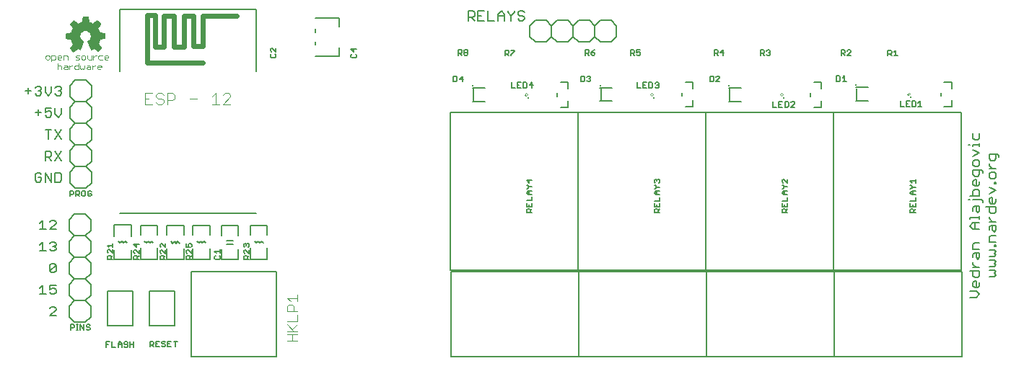
<source format=gto>
G75*
%MOIN*%
%OFA0B0*%
%FSLAX25Y25*%
%IPPOS*%
%LPD*%
%AMOC8*
5,1,8,0,0,1.08239X$1,22.5*
%
%ADD10C,0.00800*%
%ADD11C,0.00500*%
%ADD12C,0.00891*%
%ADD13C,0.00250*%
%ADD14C,0.00984*%
%ADD15C,0.02400*%
%ADD16C,0.00400*%
%ADD17C,0.00600*%
%ADD18C,0.00200*%
D10*
X0018678Y0025270D02*
X0021480Y0028072D01*
X0021480Y0028773D01*
X0020780Y0029474D01*
X0019379Y0029474D01*
X0018678Y0028773D01*
X0018678Y0025270D02*
X0021480Y0025270D01*
X0020780Y0035270D02*
X0019379Y0035270D01*
X0018678Y0035971D01*
X0018678Y0037372D02*
X0020079Y0038072D01*
X0020780Y0038072D01*
X0021480Y0037372D01*
X0021480Y0035971D01*
X0020780Y0035270D01*
X0016876Y0035270D02*
X0014074Y0035270D01*
X0015475Y0035270D02*
X0015475Y0039474D01*
X0014074Y0038072D01*
X0018678Y0037372D02*
X0018678Y0039474D01*
X0021480Y0039474D01*
X0020780Y0045270D02*
X0019379Y0045270D01*
X0018678Y0045971D01*
X0021480Y0048773D01*
X0021480Y0045971D01*
X0020780Y0045270D01*
X0018678Y0045971D02*
X0018678Y0048773D01*
X0019379Y0049474D01*
X0020780Y0049474D01*
X0021480Y0048773D01*
X0020780Y0055270D02*
X0019379Y0055270D01*
X0018678Y0055971D01*
X0016876Y0055270D02*
X0014074Y0055270D01*
X0015475Y0055270D02*
X0015475Y0059474D01*
X0014074Y0058072D01*
X0018678Y0058773D02*
X0019379Y0059474D01*
X0020780Y0059474D01*
X0021480Y0058773D01*
X0021480Y0058072D01*
X0020780Y0057372D01*
X0021480Y0056671D01*
X0021480Y0055971D01*
X0020780Y0055270D01*
X0020780Y0057372D02*
X0020079Y0057372D01*
X0018678Y0065270D02*
X0021480Y0068072D01*
X0021480Y0068773D01*
X0020780Y0069474D01*
X0019379Y0069474D01*
X0018678Y0068773D01*
X0015475Y0069474D02*
X0015475Y0065270D01*
X0014074Y0065270D02*
X0016876Y0065270D01*
X0018678Y0065270D02*
X0021480Y0065270D01*
X0015475Y0069474D02*
X0014074Y0068072D01*
X0014013Y0087199D02*
X0012612Y0087199D01*
X0011911Y0087900D01*
X0011911Y0090702D01*
X0012612Y0091403D01*
X0014013Y0091403D01*
X0014713Y0090702D01*
X0014713Y0089301D02*
X0013312Y0089301D01*
X0014713Y0089301D02*
X0014713Y0087900D01*
X0014013Y0087199D01*
X0016515Y0087199D02*
X0016515Y0091403D01*
X0019317Y0087199D01*
X0019317Y0091403D01*
X0021119Y0091403D02*
X0023221Y0091403D01*
X0023921Y0090702D01*
X0023921Y0087900D01*
X0023221Y0087199D01*
X0021119Y0087199D01*
X0021119Y0091403D01*
X0021119Y0097199D02*
X0023921Y0101403D01*
X0021119Y0101403D02*
X0023921Y0097199D01*
X0019317Y0097199D02*
X0017916Y0098600D01*
X0018617Y0098600D02*
X0016515Y0098600D01*
X0016515Y0097199D02*
X0016515Y0101403D01*
X0018617Y0101403D01*
X0019317Y0100702D01*
X0019317Y0099301D01*
X0018617Y0098600D01*
X0017916Y0107199D02*
X0017916Y0111403D01*
X0016515Y0111403D02*
X0019317Y0111403D01*
X0021119Y0111403D02*
X0023921Y0107199D01*
X0021119Y0107199D02*
X0023921Y0111403D01*
X0022520Y0117199D02*
X0023921Y0118600D01*
X0023921Y0121403D01*
X0021119Y0121403D02*
X0021119Y0118600D01*
X0022520Y0117199D01*
X0019317Y0117900D02*
X0018617Y0117199D01*
X0017216Y0117199D01*
X0016515Y0117900D01*
X0016515Y0119301D02*
X0017916Y0120002D01*
X0018617Y0120002D01*
X0019317Y0119301D01*
X0019317Y0117900D01*
X0016515Y0119301D02*
X0016515Y0121403D01*
X0019317Y0121403D01*
X0014713Y0119301D02*
X0011911Y0119301D01*
X0013312Y0120702D02*
X0013312Y0117900D01*
X0012612Y0127199D02*
X0011911Y0127900D01*
X0012612Y0127199D02*
X0014013Y0127199D01*
X0014713Y0127900D01*
X0014713Y0128600D01*
X0014013Y0129301D01*
X0013312Y0129301D01*
X0014013Y0129301D02*
X0014713Y0130002D01*
X0014713Y0130702D01*
X0014013Y0131403D01*
X0012612Y0131403D01*
X0011911Y0130702D01*
X0010109Y0129301D02*
X0007307Y0129301D01*
X0008708Y0130702D02*
X0008708Y0127900D01*
X0016515Y0128600D02*
X0016515Y0131403D01*
X0019317Y0131403D02*
X0019317Y0128600D01*
X0017916Y0127199D01*
X0016515Y0128600D01*
X0021119Y0127900D02*
X0021819Y0127199D01*
X0023221Y0127199D01*
X0023921Y0127900D01*
X0023921Y0128600D01*
X0023221Y0129301D01*
X0022520Y0129301D01*
X0023221Y0129301D02*
X0023921Y0130002D01*
X0023921Y0130702D01*
X0023221Y0131403D01*
X0021819Y0131403D01*
X0021119Y0130702D01*
X0203591Y0119378D02*
X0262646Y0119378D01*
X0262646Y0046543D01*
X0203591Y0046543D01*
X0203591Y0119378D01*
X0213981Y0124428D02*
X0219657Y0124428D01*
X0214350Y0124772D02*
X0214350Y0130283D01*
X0213981Y0130628D02*
X0219657Y0130628D01*
X0262567Y0119299D02*
X0321622Y0119299D01*
X0321622Y0046465D01*
X0262567Y0046465D01*
X0262567Y0119299D01*
X0272800Y0124546D02*
X0278476Y0124546D01*
X0273169Y0124890D02*
X0273169Y0130402D01*
X0272800Y0130746D02*
X0278476Y0130746D01*
X0321622Y0119339D02*
X0380677Y0119339D01*
X0380677Y0046504D01*
X0321622Y0046504D01*
X0321622Y0119339D01*
X0332406Y0124506D02*
X0338082Y0124506D01*
X0332776Y0124850D02*
X0332776Y0130362D01*
X0332406Y0130706D02*
X0338082Y0130706D01*
X0380736Y0119280D02*
X0439791Y0119280D01*
X0439791Y0046445D01*
X0380736Y0046445D01*
X0380736Y0119280D01*
X0390851Y0124683D02*
X0396527Y0124683D01*
X0391220Y0125028D02*
X0391220Y0130539D01*
X0390851Y0130883D02*
X0396527Y0130883D01*
D11*
X0044648Y0013291D02*
X0044648Y0010789D01*
X0044648Y0012040D02*
X0045482Y0012040D01*
X0044648Y0013291D02*
X0046316Y0013291D01*
X0047410Y0013291D02*
X0047410Y0010789D01*
X0049078Y0010789D01*
X0050172Y0010789D02*
X0050172Y0012457D01*
X0051006Y0013291D01*
X0051840Y0012457D01*
X0051840Y0010789D01*
X0052935Y0011206D02*
X0053352Y0010789D01*
X0054186Y0010789D01*
X0054603Y0011206D01*
X0054603Y0011623D01*
X0054186Y0012040D01*
X0053352Y0012040D01*
X0052935Y0012457D01*
X0052935Y0012874D01*
X0053352Y0013291D01*
X0054186Y0013291D01*
X0054603Y0012874D01*
X0055697Y0013291D02*
X0055697Y0010789D01*
X0055697Y0012040D02*
X0057365Y0012040D01*
X0057365Y0013291D02*
X0057365Y0010789D01*
X0051840Y0012040D02*
X0050172Y0012040D01*
X0064844Y0011801D02*
X0066096Y0011801D01*
X0066513Y0012218D01*
X0066513Y0013052D01*
X0066096Y0013469D01*
X0064844Y0013469D01*
X0064844Y0010967D01*
X0065679Y0011801D02*
X0066513Y0010967D01*
X0067607Y0010967D02*
X0069275Y0010967D01*
X0070369Y0011384D02*
X0070786Y0010967D01*
X0071620Y0010967D01*
X0072037Y0011384D01*
X0072037Y0011801D01*
X0071620Y0012218D01*
X0070786Y0012218D01*
X0070369Y0012635D01*
X0070369Y0013052D01*
X0070786Y0013469D01*
X0071620Y0013469D01*
X0072037Y0013052D01*
X0073132Y0013469D02*
X0073132Y0010967D01*
X0074800Y0010967D01*
X0073966Y0012218D02*
X0073132Y0012218D01*
X0073132Y0013469D02*
X0074800Y0013469D01*
X0075894Y0013469D02*
X0077562Y0013469D01*
X0076728Y0013469D02*
X0076728Y0010967D01*
X0069275Y0013469D02*
X0067607Y0013469D01*
X0067607Y0010967D01*
X0067607Y0012218D02*
X0068441Y0012218D01*
X0083925Y0006327D02*
X0083925Y0045697D01*
X0123295Y0045697D01*
X0123295Y0006327D01*
X0083925Y0006327D01*
X0076465Y0020815D02*
X0064654Y0020815D01*
X0064654Y0036563D01*
X0076465Y0036563D01*
X0076465Y0020815D01*
X0056996Y0020815D02*
X0045185Y0020815D01*
X0045185Y0036563D01*
X0056996Y0036563D01*
X0056996Y0020815D01*
X0037219Y0020804D02*
X0036802Y0021221D01*
X0035968Y0021221D01*
X0035551Y0020804D01*
X0035551Y0020387D01*
X0035968Y0019970D01*
X0036802Y0019970D01*
X0037219Y0019553D01*
X0037219Y0019136D01*
X0036802Y0018719D01*
X0035968Y0018719D01*
X0035551Y0019136D01*
X0034457Y0018719D02*
X0034457Y0021221D01*
X0032789Y0021221D02*
X0034457Y0018719D01*
X0032789Y0018719D02*
X0032789Y0021221D01*
X0031782Y0021221D02*
X0030947Y0021221D01*
X0031364Y0021221D02*
X0031364Y0018719D01*
X0030947Y0018719D02*
X0031782Y0018719D01*
X0029853Y0019970D02*
X0029436Y0019553D01*
X0028185Y0019553D01*
X0028185Y0018719D02*
X0028185Y0021221D01*
X0029436Y0021221D01*
X0029853Y0020804D01*
X0029853Y0019970D01*
X0069618Y0051419D02*
X0069618Y0052670D01*
X0070035Y0053087D01*
X0070869Y0053087D01*
X0071286Y0052670D01*
X0071286Y0051419D01*
X0072120Y0051419D02*
X0069618Y0051419D01*
X0068354Y0051445D02*
X0060480Y0051445D01*
X0060480Y0056563D01*
X0059915Y0055869D02*
X0059915Y0054201D01*
X0058247Y0055869D01*
X0057830Y0055869D01*
X0057413Y0055452D01*
X0057413Y0054618D01*
X0057830Y0054201D01*
X0057830Y0053107D02*
X0058664Y0053107D01*
X0059081Y0052690D01*
X0059081Y0051439D01*
X0059081Y0052273D02*
X0059915Y0053107D01*
X0059915Y0051439D02*
X0057413Y0051439D01*
X0057413Y0052690D01*
X0057830Y0053107D01*
X0056248Y0051484D02*
X0056248Y0055815D01*
X0057413Y0058215D02*
X0058664Y0056964D01*
X0058664Y0058632D01*
X0059915Y0058215D02*
X0057413Y0058215D01*
X0054280Y0058965D02*
X0053492Y0059752D01*
X0052705Y0058965D01*
X0051917Y0059752D01*
X0051130Y0058965D01*
X0050343Y0059752D01*
X0047809Y0058671D02*
X0047809Y0057003D01*
X0047809Y0057837D02*
X0045307Y0057837D01*
X0046141Y0057003D01*
X0046141Y0055909D02*
X0045724Y0055909D01*
X0045307Y0055492D01*
X0045307Y0054658D01*
X0045724Y0054241D01*
X0045724Y0053146D02*
X0046558Y0053146D01*
X0046975Y0052729D01*
X0046975Y0051478D01*
X0047809Y0051478D02*
X0045307Y0051478D01*
X0045307Y0052729D01*
X0045724Y0053146D01*
X0046975Y0052312D02*
X0047809Y0053146D01*
X0047809Y0054241D02*
X0046141Y0055909D01*
X0047809Y0055909D02*
X0047809Y0054241D01*
X0048374Y0055815D02*
X0048374Y0051484D01*
X0056248Y0051484D01*
X0068354Y0051445D02*
X0068354Y0056563D01*
X0069618Y0057361D02*
X0070035Y0056944D01*
X0069618Y0057361D02*
X0069618Y0058195D01*
X0070035Y0058612D01*
X0070452Y0058612D01*
X0072120Y0056944D01*
X0072120Y0058612D01*
X0074654Y0059654D02*
X0075441Y0058866D01*
X0076228Y0059654D01*
X0077016Y0058866D01*
X0077803Y0059654D01*
X0078591Y0058866D01*
X0081705Y0058592D02*
X0081705Y0056924D01*
X0082956Y0056924D01*
X0082539Y0057758D01*
X0082539Y0058175D01*
X0082956Y0058592D01*
X0083790Y0058592D01*
X0084207Y0058175D01*
X0084207Y0057341D01*
X0083790Y0056924D01*
X0084732Y0056524D02*
X0084732Y0051406D01*
X0092606Y0051406D01*
X0092606Y0056524D01*
X0094795Y0055055D02*
X0095629Y0054221D01*
X0095212Y0053127D02*
X0094795Y0052710D01*
X0094795Y0051876D01*
X0095212Y0051459D01*
X0096880Y0051459D01*
X0097297Y0051876D01*
X0097297Y0052710D01*
X0096880Y0053127D01*
X0097297Y0054221D02*
X0097297Y0055889D01*
X0097862Y0056150D02*
X0097862Y0051425D01*
X0105736Y0051425D01*
X0105736Y0056150D01*
X0108181Y0055452D02*
X0108181Y0054618D01*
X0108598Y0054201D01*
X0108598Y0053107D02*
X0109432Y0053107D01*
X0109849Y0052690D01*
X0109849Y0051439D01*
X0109849Y0052273D02*
X0110683Y0053107D01*
X0110683Y0054201D02*
X0109015Y0055869D01*
X0108598Y0055869D01*
X0108181Y0055452D01*
X0108598Y0056964D02*
X0108181Y0057381D01*
X0108181Y0058215D01*
X0108598Y0058632D01*
X0109015Y0058632D01*
X0109432Y0058215D01*
X0109849Y0058632D01*
X0110266Y0058632D01*
X0110683Y0058215D01*
X0110683Y0057381D01*
X0110266Y0056964D01*
X0111248Y0056563D02*
X0111248Y0051445D01*
X0119122Y0051445D01*
X0119122Y0056563D01*
X0117154Y0058925D02*
X0116366Y0059713D01*
X0115579Y0058925D01*
X0114791Y0059713D01*
X0114004Y0058925D01*
X0113217Y0059713D01*
X0109432Y0058215D02*
X0109432Y0057798D01*
X0110683Y0055869D02*
X0110683Y0054201D01*
X0108598Y0053107D02*
X0108181Y0052690D01*
X0108181Y0051439D01*
X0110683Y0051439D01*
X0103374Y0058512D02*
X0100224Y0058512D01*
X0100224Y0060087D02*
X0103374Y0060087D01*
X0105736Y0062449D02*
X0105736Y0067173D01*
X0097862Y0067173D01*
X0097862Y0062449D01*
X0092606Y0062823D02*
X0092606Y0067154D01*
X0084732Y0067154D01*
X0084732Y0062823D01*
X0080559Y0062803D02*
X0080559Y0067134D01*
X0072685Y0067134D01*
X0072685Y0062803D01*
X0068354Y0062862D02*
X0068354Y0067193D01*
X0060480Y0067193D01*
X0060480Y0062862D01*
X0056248Y0062114D02*
X0056248Y0067232D01*
X0048374Y0067232D01*
X0048374Y0062114D01*
X0062449Y0059713D02*
X0063236Y0058925D01*
X0064024Y0059713D01*
X0064811Y0058925D01*
X0065598Y0059713D01*
X0066386Y0058925D01*
X0069618Y0055433D02*
X0069618Y0054599D01*
X0070035Y0054182D01*
X0069618Y0055433D02*
X0070035Y0055850D01*
X0070452Y0055850D01*
X0072120Y0054182D01*
X0072120Y0055850D01*
X0072685Y0056504D02*
X0072685Y0051386D01*
X0080559Y0051386D01*
X0080559Y0056504D01*
X0081705Y0055413D02*
X0081705Y0054579D01*
X0082122Y0054162D01*
X0082122Y0053068D02*
X0082956Y0053068D01*
X0083373Y0052651D01*
X0083373Y0051400D01*
X0083373Y0052234D02*
X0084207Y0053068D01*
X0084207Y0054162D02*
X0082539Y0055830D01*
X0082122Y0055830D01*
X0081705Y0055413D01*
X0084207Y0055830D02*
X0084207Y0054162D01*
X0082122Y0053068D02*
X0081705Y0052651D01*
X0081705Y0051400D01*
X0084207Y0051400D01*
X0094795Y0055055D02*
X0097297Y0055055D01*
X0090638Y0058886D02*
X0089850Y0059673D01*
X0089063Y0058886D01*
X0088276Y0059673D01*
X0087488Y0058886D01*
X0086701Y0059673D01*
X0072120Y0053087D02*
X0071286Y0052253D01*
X0111248Y0062862D02*
X0111248Y0067193D01*
X0119122Y0067193D01*
X0119122Y0062862D01*
X0114083Y0072567D02*
X0051091Y0072567D01*
X0037825Y0080978D02*
X0037825Y0081812D01*
X0036991Y0081812D01*
X0037825Y0080978D02*
X0037408Y0080561D01*
X0036574Y0080561D01*
X0036157Y0080978D01*
X0036157Y0082646D01*
X0036574Y0083063D01*
X0037408Y0083063D01*
X0037825Y0082646D01*
X0035063Y0082646D02*
X0035063Y0080978D01*
X0034646Y0080561D01*
X0033812Y0080561D01*
X0033395Y0080978D01*
X0033395Y0082646D01*
X0033812Y0083063D01*
X0034646Y0083063D01*
X0035063Y0082646D01*
X0032300Y0082646D02*
X0032300Y0081812D01*
X0031883Y0081395D01*
X0030632Y0081395D01*
X0030632Y0080561D02*
X0030632Y0083063D01*
X0031883Y0083063D01*
X0032300Y0082646D01*
X0031466Y0081395D02*
X0032300Y0080561D01*
X0029538Y0081812D02*
X0029121Y0081395D01*
X0027870Y0081395D01*
X0027870Y0080561D02*
X0027870Y0083063D01*
X0029121Y0083063D01*
X0029538Y0082646D01*
X0029538Y0081812D01*
X0051091Y0138315D02*
X0051091Y0167055D01*
X0114083Y0167055D01*
X0114083Y0138315D01*
X0120579Y0145181D02*
X0120996Y0144764D01*
X0122664Y0144764D01*
X0123081Y0145181D01*
X0123081Y0146015D01*
X0122664Y0146432D01*
X0123081Y0147526D02*
X0121413Y0149194D01*
X0120996Y0149194D01*
X0120579Y0148777D01*
X0120579Y0147943D01*
X0120996Y0147526D01*
X0120996Y0146432D02*
X0120579Y0146015D01*
X0120579Y0145181D01*
X0123081Y0147526D02*
X0123081Y0149194D01*
X0157787Y0148628D02*
X0159038Y0147377D01*
X0159038Y0149045D01*
X0160289Y0148628D02*
X0157787Y0148628D01*
X0158204Y0146282D02*
X0157787Y0145865D01*
X0157787Y0145031D01*
X0158204Y0144614D01*
X0159872Y0144614D01*
X0160289Y0145031D01*
X0160289Y0145865D01*
X0159872Y0146282D01*
X0205140Y0136106D02*
X0205140Y0133604D01*
X0206391Y0133604D01*
X0206808Y0134021D01*
X0206808Y0135689D01*
X0206391Y0136106D01*
X0205140Y0136106D01*
X0207902Y0134855D02*
X0209570Y0134855D01*
X0209153Y0133604D02*
X0209153Y0136106D01*
X0207902Y0134855D01*
X0231872Y0133272D02*
X0231872Y0130770D01*
X0233540Y0130770D01*
X0234634Y0130770D02*
X0236302Y0130770D01*
X0237397Y0130770D02*
X0238648Y0130770D01*
X0239065Y0131187D01*
X0239065Y0132855D01*
X0238648Y0133272D01*
X0237397Y0133272D01*
X0237397Y0130770D01*
X0235468Y0132021D02*
X0234634Y0132021D01*
X0234634Y0133272D02*
X0234634Y0130770D01*
X0240159Y0132021D02*
X0241827Y0132021D01*
X0241410Y0133272D02*
X0240159Y0132021D01*
X0241410Y0130770D02*
X0241410Y0133272D01*
X0236302Y0133272D02*
X0234634Y0133272D01*
X0253020Y0128278D02*
X0253020Y0126778D01*
X0258020Y0124778D02*
X0258020Y0121778D01*
X0254520Y0121778D01*
X0258020Y0130278D02*
X0258020Y0133278D01*
X0254520Y0133278D01*
X0263998Y0133644D02*
X0265249Y0133644D01*
X0265666Y0134061D01*
X0265666Y0135729D01*
X0265249Y0136146D01*
X0263998Y0136146D01*
X0263998Y0133644D01*
X0266760Y0134061D02*
X0267177Y0133644D01*
X0268011Y0133644D01*
X0268428Y0134061D01*
X0268428Y0134478D01*
X0268011Y0134895D01*
X0267594Y0134895D01*
X0268011Y0134895D02*
X0268428Y0135312D01*
X0268428Y0135729D01*
X0268011Y0136146D01*
X0267177Y0136146D01*
X0266760Y0135729D01*
X0289943Y0133272D02*
X0289943Y0130770D01*
X0291611Y0130770D01*
X0292705Y0130770D02*
X0294373Y0130770D01*
X0295468Y0130770D02*
X0296719Y0130770D01*
X0297136Y0131187D01*
X0297136Y0132855D01*
X0296719Y0133272D01*
X0295468Y0133272D01*
X0295468Y0130770D01*
X0293539Y0132021D02*
X0292705Y0132021D01*
X0292705Y0133272D02*
X0292705Y0130770D01*
X0298230Y0131187D02*
X0298647Y0130770D01*
X0299481Y0130770D01*
X0299898Y0131187D01*
X0299898Y0131604D01*
X0299481Y0132021D01*
X0299064Y0132021D01*
X0299481Y0132021D02*
X0299898Y0132438D01*
X0299898Y0132855D01*
X0299481Y0133272D01*
X0298647Y0133272D01*
X0298230Y0132855D01*
X0294373Y0133272D02*
X0292705Y0133272D01*
X0310697Y0128435D02*
X0310697Y0126935D01*
X0315697Y0124935D02*
X0315697Y0121935D01*
X0312197Y0121935D01*
X0315697Y0130435D02*
X0315697Y0133435D01*
X0312197Y0133435D01*
X0323604Y0133604D02*
X0324855Y0133604D01*
X0325272Y0134021D01*
X0325272Y0135689D01*
X0324855Y0136106D01*
X0323604Y0136106D01*
X0323604Y0133604D01*
X0326367Y0133604D02*
X0328035Y0135272D01*
X0328035Y0135689D01*
X0327618Y0136106D01*
X0326784Y0136106D01*
X0326367Y0135689D01*
X0326367Y0133604D02*
X0328035Y0133604D01*
X0352673Y0124366D02*
X0352673Y0121864D01*
X0354341Y0121864D01*
X0355435Y0121864D02*
X0357103Y0121864D01*
X0358198Y0121864D02*
X0359449Y0121864D01*
X0359866Y0122281D01*
X0359866Y0123949D01*
X0359449Y0124366D01*
X0358198Y0124366D01*
X0358198Y0121864D01*
X0356269Y0123115D02*
X0355435Y0123115D01*
X0355435Y0124366D02*
X0355435Y0121864D01*
X0360960Y0121864D02*
X0362628Y0123532D01*
X0362628Y0123949D01*
X0362211Y0124366D01*
X0361377Y0124366D01*
X0360960Y0123949D01*
X0360960Y0121864D02*
X0362628Y0121864D01*
X0357103Y0124366D02*
X0355435Y0124366D01*
X0370067Y0126856D02*
X0370067Y0128356D01*
X0375067Y0130356D02*
X0375067Y0133356D01*
X0371567Y0133356D01*
X0382049Y0133781D02*
X0383300Y0133781D01*
X0383717Y0134199D01*
X0383717Y0135867D01*
X0383300Y0136284D01*
X0382049Y0136284D01*
X0382049Y0133781D01*
X0384812Y0133781D02*
X0386480Y0133781D01*
X0385646Y0133781D02*
X0385646Y0136284D01*
X0384812Y0135450D01*
X0384175Y0145711D02*
X0384175Y0148213D01*
X0385426Y0148213D01*
X0385843Y0147796D01*
X0385843Y0146962D01*
X0385426Y0146545D01*
X0384175Y0146545D01*
X0385009Y0146545D02*
X0385843Y0145711D01*
X0386938Y0145711D02*
X0388606Y0147379D01*
X0388606Y0147796D01*
X0388189Y0148213D01*
X0387355Y0148213D01*
X0386938Y0147796D01*
X0386938Y0145711D02*
X0388606Y0145711D01*
X0405809Y0145691D02*
X0405809Y0148193D01*
X0407060Y0148193D01*
X0407477Y0147776D01*
X0407477Y0146942D01*
X0407060Y0146525D01*
X0405809Y0146525D01*
X0406643Y0146525D02*
X0407477Y0145691D01*
X0408571Y0145691D02*
X0410239Y0145691D01*
X0409405Y0145691D02*
X0409405Y0148193D01*
X0408571Y0147359D01*
X0431685Y0133514D02*
X0435185Y0133514D01*
X0435185Y0130514D01*
X0430185Y0128514D02*
X0430185Y0127014D01*
X0435185Y0125014D02*
X0435185Y0122014D01*
X0431685Y0122014D01*
X0421467Y0122100D02*
X0419799Y0122100D01*
X0420633Y0122100D02*
X0420633Y0124603D01*
X0419799Y0123768D01*
X0418704Y0124186D02*
X0418287Y0124603D01*
X0417036Y0124603D01*
X0417036Y0122100D01*
X0418287Y0122100D01*
X0418704Y0122517D01*
X0418704Y0124186D01*
X0415942Y0124603D02*
X0414274Y0124603D01*
X0414274Y0122100D01*
X0415942Y0122100D01*
X0415108Y0123351D02*
X0414274Y0123351D01*
X0413180Y0122100D02*
X0411512Y0122100D01*
X0411512Y0124603D01*
X0375067Y0124856D02*
X0375067Y0121856D01*
X0371567Y0121856D01*
X0351043Y0145730D02*
X0350209Y0145730D01*
X0349792Y0146147D01*
X0348698Y0145730D02*
X0347864Y0146564D01*
X0348281Y0146564D02*
X0347030Y0146564D01*
X0347030Y0145730D02*
X0347030Y0148232D01*
X0348281Y0148232D01*
X0348698Y0147815D01*
X0348698Y0146981D01*
X0348281Y0146564D01*
X0349792Y0147815D02*
X0350209Y0148232D01*
X0351043Y0148232D01*
X0351460Y0147815D01*
X0351460Y0147398D01*
X0351043Y0146981D01*
X0351460Y0146564D01*
X0351460Y0146147D01*
X0351043Y0145730D01*
X0351043Y0146981D02*
X0350626Y0146981D01*
X0330082Y0146981D02*
X0328414Y0146981D01*
X0329665Y0148232D01*
X0329665Y0145730D01*
X0327320Y0145730D02*
X0326486Y0146564D01*
X0326903Y0146564D02*
X0325652Y0146564D01*
X0325652Y0145730D02*
X0325652Y0148232D01*
X0326903Y0148232D01*
X0327320Y0147815D01*
X0327320Y0146981D01*
X0326903Y0146564D01*
X0291460Y0146187D02*
X0291043Y0145770D01*
X0290209Y0145770D01*
X0289792Y0146187D01*
X0289792Y0147021D02*
X0290626Y0147438D01*
X0291043Y0147438D01*
X0291460Y0147021D01*
X0291460Y0146187D01*
X0289792Y0147021D02*
X0289792Y0148272D01*
X0291460Y0148272D01*
X0288698Y0147855D02*
X0288698Y0147021D01*
X0288281Y0146604D01*
X0287030Y0146604D01*
X0287864Y0146604D02*
X0288698Y0145770D01*
X0287030Y0145770D02*
X0287030Y0148272D01*
X0288281Y0148272D01*
X0288698Y0147855D01*
X0270436Y0148311D02*
X0269602Y0147894D01*
X0268768Y0147060D01*
X0270019Y0147060D01*
X0270436Y0146643D01*
X0270436Y0146226D01*
X0270019Y0145809D01*
X0269185Y0145809D01*
X0268768Y0146226D01*
X0268768Y0147060D01*
X0267674Y0147060D02*
X0267257Y0146643D01*
X0266006Y0146643D01*
X0266840Y0146643D02*
X0267674Y0145809D01*
X0267674Y0147060D02*
X0267674Y0147894D01*
X0267257Y0148311D01*
X0266006Y0148311D01*
X0266006Y0145809D01*
X0233350Y0147776D02*
X0231682Y0146108D01*
X0231682Y0145691D01*
X0230587Y0145691D02*
X0229753Y0146525D01*
X0230170Y0146525D02*
X0228919Y0146525D01*
X0228919Y0145691D02*
X0228919Y0148193D01*
X0230170Y0148193D01*
X0230587Y0147776D01*
X0230587Y0146942D01*
X0230170Y0146525D01*
X0231682Y0148193D02*
X0233350Y0148193D01*
X0233350Y0147776D01*
X0211657Y0147894D02*
X0211657Y0147477D01*
X0211240Y0147060D01*
X0210406Y0147060D01*
X0209989Y0147477D01*
X0209989Y0147894D01*
X0210406Y0148311D01*
X0211240Y0148311D01*
X0211657Y0147894D01*
X0211240Y0147060D02*
X0211657Y0146643D01*
X0211657Y0146226D01*
X0211240Y0145809D01*
X0210406Y0145809D01*
X0209989Y0146226D01*
X0209989Y0146643D01*
X0210406Y0147060D01*
X0208894Y0147060D02*
X0208894Y0147894D01*
X0208477Y0148311D01*
X0207226Y0148311D01*
X0207226Y0145809D01*
X0207226Y0146643D02*
X0208477Y0146643D01*
X0208894Y0147060D01*
X0208060Y0146643D02*
X0208894Y0145809D01*
X0211848Y0161828D02*
X0211848Y0166332D01*
X0214100Y0166332D01*
X0214850Y0165581D01*
X0214850Y0164080D01*
X0214100Y0163329D01*
X0211848Y0163329D01*
X0213349Y0163329D02*
X0214850Y0161828D01*
X0216452Y0161828D02*
X0219454Y0161828D01*
X0221055Y0161828D02*
X0224058Y0161828D01*
X0225659Y0161828D02*
X0225659Y0164831D01*
X0227161Y0166332D01*
X0228662Y0164831D01*
X0228662Y0161828D01*
X0228662Y0164080D02*
X0225659Y0164080D01*
X0230263Y0165581D02*
X0231765Y0164080D01*
X0231765Y0161828D01*
X0231765Y0164080D02*
X0233266Y0165581D01*
X0233266Y0166332D01*
X0234867Y0165581D02*
X0234867Y0164831D01*
X0235618Y0164080D01*
X0237119Y0164080D01*
X0237870Y0163329D01*
X0237870Y0162579D01*
X0237119Y0161828D01*
X0235618Y0161828D01*
X0234867Y0162579D01*
X0234867Y0165581D02*
X0235618Y0166332D01*
X0237119Y0166332D01*
X0237870Y0165581D01*
X0230263Y0165581D02*
X0230263Y0166332D01*
X0221055Y0166332D02*
X0221055Y0161828D01*
X0217953Y0164080D02*
X0216452Y0164080D01*
X0216452Y0166332D02*
X0216452Y0161828D01*
X0216452Y0166332D02*
X0219454Y0166332D01*
X0240089Y0088534D02*
X0240089Y0086866D01*
X0238838Y0088117D01*
X0241341Y0088117D01*
X0239255Y0085771D02*
X0238838Y0085771D01*
X0239255Y0085771D02*
X0240089Y0084937D01*
X0241341Y0084937D01*
X0240089Y0084937D02*
X0239255Y0084103D01*
X0238838Y0084103D01*
X0239672Y0083009D02*
X0241341Y0083009D01*
X0240089Y0083009D02*
X0240089Y0081341D01*
X0239672Y0081341D02*
X0238838Y0082175D01*
X0239672Y0083009D01*
X0239672Y0081341D02*
X0241341Y0081341D01*
X0241341Y0080247D02*
X0241341Y0078578D01*
X0238838Y0078578D01*
X0238838Y0077484D02*
X0238838Y0075816D01*
X0241341Y0075816D01*
X0241341Y0077484D01*
X0240089Y0076650D02*
X0240089Y0075816D01*
X0240089Y0074722D02*
X0240507Y0074305D01*
X0240507Y0073054D01*
X0241341Y0073054D02*
X0238838Y0073054D01*
X0238838Y0074305D01*
X0239255Y0074722D01*
X0240089Y0074722D01*
X0240507Y0073888D02*
X0241341Y0074722D01*
X0297815Y0074226D02*
X0298232Y0074643D01*
X0299066Y0074643D01*
X0299483Y0074226D01*
X0299483Y0072975D01*
X0300317Y0072975D02*
X0297815Y0072975D01*
X0297815Y0074226D01*
X0297815Y0075737D02*
X0300317Y0075737D01*
X0300317Y0077405D01*
X0300317Y0078500D02*
X0297815Y0078500D01*
X0297815Y0077405D02*
X0297815Y0075737D01*
X0299066Y0075737D02*
X0299066Y0076571D01*
X0300317Y0074643D02*
X0299483Y0073809D01*
X0300317Y0078500D02*
X0300317Y0080168D01*
X0300317Y0081262D02*
X0298649Y0081262D01*
X0297815Y0082096D01*
X0298649Y0082930D01*
X0300317Y0082930D01*
X0299066Y0082930D02*
X0299066Y0081262D01*
X0298232Y0084024D02*
X0299066Y0084859D01*
X0300317Y0084859D01*
X0299066Y0084859D02*
X0298232Y0085693D01*
X0297815Y0085693D01*
X0298232Y0086787D02*
X0297815Y0087204D01*
X0297815Y0088038D01*
X0298232Y0088455D01*
X0298649Y0088455D01*
X0299066Y0088038D01*
X0299483Y0088455D01*
X0299900Y0088455D01*
X0300317Y0088038D01*
X0300317Y0087204D01*
X0299900Y0086787D01*
X0299066Y0087621D02*
X0299066Y0088038D01*
X0298232Y0084024D02*
X0297815Y0084024D01*
X0356870Y0084064D02*
X0357287Y0084064D01*
X0358121Y0084898D01*
X0359372Y0084898D01*
X0358121Y0084898D02*
X0357287Y0085732D01*
X0356870Y0085732D01*
X0357287Y0086826D02*
X0356870Y0087243D01*
X0356870Y0088077D01*
X0357287Y0088494D01*
X0357704Y0088494D01*
X0359372Y0086826D01*
X0359372Y0088494D01*
X0359372Y0082970D02*
X0357704Y0082970D01*
X0356870Y0082136D01*
X0357704Y0081301D01*
X0359372Y0081301D01*
X0359372Y0080207D02*
X0359372Y0078539D01*
X0356870Y0078539D01*
X0356870Y0077445D02*
X0356870Y0075777D01*
X0359372Y0075777D01*
X0359372Y0077445D01*
X0358121Y0076611D02*
X0358121Y0075777D01*
X0358121Y0074683D02*
X0358538Y0074265D01*
X0358538Y0073014D01*
X0359372Y0073014D02*
X0356870Y0073014D01*
X0356870Y0074265D01*
X0357287Y0074683D01*
X0358121Y0074683D01*
X0358538Y0073848D02*
X0359372Y0074683D01*
X0358121Y0081301D02*
X0358121Y0082970D01*
X0415984Y0082076D02*
X0416818Y0081242D01*
X0418486Y0081242D01*
X0418486Y0080148D02*
X0418486Y0078480D01*
X0415984Y0078480D01*
X0415984Y0077386D02*
X0415984Y0075718D01*
X0418486Y0075718D01*
X0418486Y0077386D01*
X0417235Y0076552D02*
X0417235Y0075718D01*
X0417235Y0074623D02*
X0417652Y0074206D01*
X0417652Y0072955D01*
X0418486Y0072955D02*
X0415984Y0072955D01*
X0415984Y0074206D01*
X0416401Y0074623D01*
X0417235Y0074623D01*
X0417652Y0073789D02*
X0418486Y0074623D01*
X0417235Y0081242D02*
X0417235Y0082911D01*
X0416818Y0082911D02*
X0418486Y0082911D01*
X0416818Y0082911D02*
X0415984Y0082076D01*
X0415984Y0084005D02*
X0416401Y0084005D01*
X0417235Y0084839D01*
X0418486Y0084839D01*
X0417235Y0084839D02*
X0416401Y0085673D01*
X0415984Y0085673D01*
X0416818Y0086767D02*
X0415984Y0087601D01*
X0418486Y0087601D01*
X0418486Y0086767D02*
X0418486Y0088435D01*
X0442860Y0079069D02*
X0443610Y0079069D01*
X0445112Y0079069D02*
X0448865Y0079069D01*
X0449615Y0078319D01*
X0449615Y0077568D01*
X0448114Y0075967D02*
X0445862Y0075967D01*
X0445112Y0075216D01*
X0445112Y0073715D01*
X0446613Y0073715D02*
X0446613Y0075967D01*
X0448114Y0075967D02*
X0448114Y0073715D01*
X0447364Y0072964D01*
X0446613Y0073715D01*
X0448114Y0071396D02*
X0448114Y0069895D01*
X0448114Y0070646D02*
X0443610Y0070646D01*
X0443610Y0069895D01*
X0445112Y0068294D02*
X0448114Y0068294D01*
X0445862Y0068294D02*
X0445862Y0065291D01*
X0445112Y0065291D02*
X0443610Y0066792D01*
X0445112Y0068294D01*
X0445112Y0065291D02*
X0448114Y0065291D01*
X0452612Y0064891D02*
X0452612Y0066392D01*
X0453362Y0067143D01*
X0455614Y0067143D01*
X0455614Y0064891D01*
X0454864Y0064140D01*
X0454113Y0064891D01*
X0454113Y0067143D01*
X0454113Y0068744D02*
X0452612Y0070245D01*
X0452612Y0070996D01*
X0453362Y0072581D02*
X0452612Y0073331D01*
X0452612Y0075583D01*
X0451110Y0075583D02*
X0455614Y0075583D01*
X0455614Y0073331D01*
X0454864Y0072581D01*
X0453362Y0072581D01*
X0452612Y0068744D02*
X0455614Y0068744D01*
X0455614Y0062539D02*
X0453362Y0062539D01*
X0452612Y0061788D01*
X0452612Y0059536D01*
X0455614Y0059536D01*
X0455614Y0057985D02*
X0455614Y0057234D01*
X0454864Y0057234D01*
X0454864Y0057985D01*
X0455614Y0057985D01*
X0454864Y0055633D02*
X0452612Y0055633D01*
X0454864Y0055633D02*
X0455614Y0054882D01*
X0454864Y0054132D01*
X0455614Y0053381D01*
X0454864Y0052630D01*
X0452612Y0052630D01*
X0452612Y0051029D02*
X0454864Y0051029D01*
X0455614Y0050278D01*
X0454864Y0049528D01*
X0455614Y0048777D01*
X0454864Y0048026D01*
X0452612Y0048026D01*
X0452612Y0046425D02*
X0454864Y0046425D01*
X0455614Y0045674D01*
X0454864Y0044924D01*
X0455614Y0044173D01*
X0454864Y0043422D01*
X0452612Y0043422D01*
X0448114Y0043789D02*
X0448114Y0046041D01*
X0443610Y0046041D01*
X0445112Y0046041D02*
X0445112Y0043789D01*
X0445862Y0043039D01*
X0447364Y0043039D01*
X0448114Y0043789D01*
X0446613Y0041437D02*
X0446613Y0038435D01*
X0447364Y0038435D02*
X0445862Y0038435D01*
X0445112Y0039185D01*
X0445112Y0040687D01*
X0445862Y0041437D01*
X0446613Y0041437D01*
X0448114Y0040687D02*
X0448114Y0039185D01*
X0447364Y0038435D01*
X0446613Y0036833D02*
X0443610Y0036833D01*
X0443610Y0033831D02*
X0446613Y0033831D01*
X0448114Y0035332D01*
X0446613Y0036833D01*
X0440028Y0045854D02*
X0440028Y0006484D01*
X0380972Y0006484D01*
X0380972Y0045854D01*
X0440028Y0045854D01*
X0445112Y0047643D02*
X0448114Y0047643D01*
X0446613Y0047643D02*
X0445112Y0049144D01*
X0445112Y0049895D01*
X0445112Y0052230D02*
X0445112Y0053731D01*
X0445862Y0054482D01*
X0448114Y0054482D01*
X0448114Y0052230D01*
X0447364Y0051479D01*
X0446613Y0052230D01*
X0446613Y0054482D01*
X0448114Y0056083D02*
X0445112Y0056083D01*
X0445112Y0058335D01*
X0445862Y0059086D01*
X0448114Y0059086D01*
X0453362Y0077185D02*
X0452612Y0077935D01*
X0452612Y0079436D01*
X0453362Y0080187D01*
X0454113Y0080187D01*
X0454113Y0077185D01*
X0454864Y0077185D02*
X0453362Y0077185D01*
X0454864Y0077185D02*
X0455614Y0077935D01*
X0455614Y0079436D01*
X0448114Y0080637D02*
X0448114Y0082889D01*
X0447364Y0083640D01*
X0445862Y0083640D01*
X0445112Y0082889D01*
X0445112Y0080637D01*
X0443610Y0080637D02*
X0448114Y0080637D01*
X0452612Y0081788D02*
X0455614Y0083290D01*
X0452612Y0084791D01*
X0454864Y0086392D02*
X0454864Y0087143D01*
X0455614Y0087143D01*
X0455614Y0086392D01*
X0454864Y0086392D01*
X0448114Y0085992D02*
X0448114Y0087493D01*
X0448114Y0085992D02*
X0447364Y0085241D01*
X0445862Y0085241D01*
X0445112Y0085992D01*
X0445112Y0087493D01*
X0445862Y0088244D01*
X0446613Y0088244D01*
X0446613Y0085241D01*
X0447364Y0089845D02*
X0448114Y0090596D01*
X0448114Y0092848D01*
X0448865Y0092848D02*
X0445112Y0092848D01*
X0445112Y0090596D01*
X0445862Y0089845D01*
X0447364Y0089845D01*
X0449615Y0091347D02*
X0449615Y0092097D01*
X0448865Y0092848D01*
X0447364Y0094449D02*
X0448114Y0095200D01*
X0448114Y0096701D01*
X0447364Y0097452D01*
X0445862Y0097452D01*
X0445112Y0096701D01*
X0445112Y0095200D01*
X0445862Y0094449D01*
X0447364Y0094449D01*
X0445112Y0099053D02*
X0448114Y0100554D01*
X0445112Y0102056D01*
X0445112Y0103657D02*
X0445112Y0104408D01*
X0448114Y0104408D01*
X0448114Y0105158D02*
X0448114Y0103657D01*
X0443610Y0104408D02*
X0442860Y0104408D01*
X0445862Y0106726D02*
X0447364Y0106726D01*
X0448114Y0107477D01*
X0448114Y0109729D01*
X0445112Y0109729D02*
X0445112Y0107477D01*
X0445862Y0106726D01*
X0452612Y0100137D02*
X0452612Y0097886D01*
X0453362Y0097135D01*
X0454864Y0097135D01*
X0455614Y0097886D01*
X0455614Y0100137D01*
X0456365Y0100137D02*
X0452612Y0100137D01*
X0456365Y0100137D02*
X0457115Y0099387D01*
X0457115Y0098636D01*
X0452612Y0095550D02*
X0452612Y0094800D01*
X0454113Y0093298D01*
X0455614Y0093298D02*
X0452612Y0093298D01*
X0453362Y0091697D02*
X0452612Y0090946D01*
X0452612Y0089445D01*
X0453362Y0088694D01*
X0454864Y0088694D01*
X0455614Y0089445D01*
X0455614Y0090946D01*
X0454864Y0091697D01*
X0453362Y0091697D01*
X0380874Y0045835D02*
X0380874Y0006465D01*
X0321819Y0006465D01*
X0321819Y0045835D01*
X0380874Y0045835D01*
X0322016Y0045835D02*
X0322016Y0006465D01*
X0262961Y0006465D01*
X0262961Y0045835D01*
X0322016Y0045835D01*
X0263039Y0045835D02*
X0263039Y0006465D01*
X0203984Y0006465D01*
X0203984Y0045835D01*
X0263039Y0045835D01*
D12*
X0272849Y0131854D03*
X0214030Y0131735D03*
X0332455Y0131814D03*
X0390900Y0131991D03*
D13*
X0414791Y0127803D02*
X0415480Y0128492D01*
X0416071Y0127902D01*
X0415382Y0127213D01*
X0414791Y0127803D01*
X0357272Y0127705D02*
X0356583Y0127016D01*
X0355992Y0127606D01*
X0356681Y0128295D01*
X0357272Y0127705D01*
X0297272Y0127744D02*
X0296583Y0127055D01*
X0295992Y0127646D01*
X0296681Y0128335D01*
X0297272Y0127744D01*
X0239201Y0127626D02*
X0238610Y0128217D01*
X0237921Y0127528D01*
X0238512Y0126937D01*
X0239201Y0127626D01*
D14*
X0239594Y0125953D03*
X0297665Y0126071D03*
X0357665Y0126031D03*
X0416465Y0126228D03*
D15*
X0105028Y0163906D02*
X0089280Y0163906D01*
X0089280Y0150126D01*
X0084949Y0150126D01*
X0084949Y0163906D01*
X0080618Y0163906D01*
X0080618Y0149732D01*
X0075894Y0149732D01*
X0075894Y0163906D01*
X0071169Y0163906D01*
X0071169Y0149732D01*
X0067232Y0149732D01*
X0067232Y0164299D01*
X0063689Y0164299D01*
X0063689Y0145008D01*
X0063689Y0144614D02*
X0063689Y0142252D01*
X0089280Y0142252D01*
D16*
X0095228Y0128365D02*
X0095228Y0123161D01*
X0093493Y0123161D02*
X0096963Y0123161D01*
X0098649Y0123161D02*
X0102119Y0126630D01*
X0102119Y0127498D01*
X0101252Y0128365D01*
X0099517Y0128365D01*
X0098649Y0127498D01*
X0095228Y0128365D02*
X0093493Y0126630D01*
X0098649Y0123161D02*
X0102119Y0123161D01*
X0086650Y0125763D02*
X0083180Y0125763D01*
X0076337Y0125763D02*
X0076337Y0127498D01*
X0075470Y0128365D01*
X0072867Y0128365D01*
X0072867Y0123161D01*
X0072867Y0124895D02*
X0075470Y0124895D01*
X0076337Y0125763D01*
X0071181Y0124895D02*
X0071181Y0124028D01*
X0070313Y0123161D01*
X0068578Y0123161D01*
X0067711Y0124028D01*
X0066024Y0123161D02*
X0062555Y0123161D01*
X0062555Y0128365D01*
X0066024Y0128365D01*
X0067711Y0127498D02*
X0068578Y0128365D01*
X0070313Y0128365D01*
X0071181Y0127498D01*
X0070313Y0125763D02*
X0068578Y0125763D01*
X0067711Y0126630D01*
X0067711Y0127498D01*
X0070313Y0125763D02*
X0071181Y0124895D01*
X0064289Y0125763D02*
X0062555Y0125763D01*
X0132977Y0035039D02*
X0132977Y0031970D01*
X0132977Y0033505D02*
X0128373Y0033505D01*
X0129908Y0031970D01*
X0129141Y0030435D02*
X0130675Y0030435D01*
X0131443Y0029668D01*
X0131443Y0027366D01*
X0132977Y0027366D02*
X0128373Y0027366D01*
X0128373Y0029668D01*
X0129141Y0030435D01*
X0132977Y0025831D02*
X0132977Y0022762D01*
X0128373Y0022762D01*
X0128373Y0021228D02*
X0131443Y0018158D01*
X0130675Y0018926D02*
X0132977Y0021228D01*
X0132977Y0018158D02*
X0128373Y0018158D01*
X0128373Y0016624D02*
X0132977Y0016624D01*
X0130675Y0016624D02*
X0130675Y0013554D01*
X0132977Y0013554D02*
X0128373Y0013554D01*
D17*
X0037606Y0024870D02*
X0035106Y0022370D01*
X0030106Y0022370D01*
X0027606Y0024870D01*
X0027606Y0029870D01*
X0030106Y0032370D01*
X0027606Y0034870D01*
X0027606Y0039870D01*
X0030106Y0042370D01*
X0027606Y0044870D01*
X0027606Y0049870D01*
X0030106Y0052370D01*
X0027606Y0054870D01*
X0027606Y0059870D01*
X0030106Y0062370D01*
X0027606Y0064870D01*
X0027606Y0069870D01*
X0030106Y0072370D01*
X0035106Y0072370D01*
X0037606Y0069870D01*
X0037606Y0064870D01*
X0035106Y0062370D01*
X0037606Y0059870D01*
X0037606Y0054870D01*
X0035106Y0052370D01*
X0030106Y0052370D01*
X0035106Y0052370D02*
X0037606Y0049870D01*
X0037606Y0044870D01*
X0035106Y0042370D01*
X0037606Y0039870D01*
X0037606Y0034870D01*
X0035106Y0032370D01*
X0037606Y0029870D01*
X0037606Y0024870D01*
X0035106Y0032370D02*
X0030106Y0032370D01*
X0030106Y0042370D02*
X0035106Y0042370D01*
X0035106Y0062370D02*
X0030106Y0062370D01*
X0030343Y0084339D02*
X0027843Y0086839D01*
X0027843Y0091839D01*
X0030343Y0094339D01*
X0027843Y0096839D01*
X0027843Y0101839D01*
X0030343Y0104339D01*
X0027843Y0106839D01*
X0027843Y0111839D01*
X0030343Y0114339D01*
X0027843Y0116839D01*
X0027843Y0121839D01*
X0030343Y0124339D01*
X0027843Y0126839D01*
X0027843Y0131839D01*
X0030343Y0134339D01*
X0035343Y0134339D01*
X0037843Y0131839D01*
X0037843Y0126839D01*
X0035343Y0124339D01*
X0037843Y0121839D01*
X0037843Y0116839D01*
X0035343Y0114339D01*
X0030343Y0114339D01*
X0035343Y0114339D02*
X0037843Y0111839D01*
X0037843Y0106839D01*
X0035343Y0104339D01*
X0037843Y0101839D01*
X0037843Y0096839D01*
X0035343Y0094339D01*
X0037843Y0091839D01*
X0037843Y0086839D01*
X0035343Y0084339D01*
X0030343Y0084339D01*
X0030343Y0094339D02*
X0035343Y0094339D01*
X0035343Y0104339D02*
X0030343Y0104339D01*
X0030343Y0124339D02*
X0035343Y0124339D01*
X0141475Y0145274D02*
X0152155Y0145274D01*
X0152155Y0149246D01*
X0141443Y0150589D02*
X0141443Y0152002D01*
X0141443Y0156494D02*
X0141443Y0157907D01*
X0152155Y0158998D02*
X0152155Y0163167D01*
X0141475Y0163167D01*
X0240402Y0159437D02*
X0240402Y0154437D01*
X0242902Y0151937D01*
X0247902Y0151937D01*
X0250402Y0154437D01*
X0252902Y0151937D01*
X0257902Y0151937D01*
X0260402Y0154437D01*
X0260402Y0159437D01*
X0257902Y0161937D01*
X0252902Y0161937D01*
X0250402Y0159437D01*
X0250402Y0154437D01*
X0250402Y0159437D02*
X0247902Y0161937D01*
X0242902Y0161937D01*
X0240402Y0159437D01*
X0260402Y0159437D02*
X0262902Y0161937D01*
X0267902Y0161937D01*
X0270402Y0159437D01*
X0272902Y0161937D01*
X0277902Y0161937D01*
X0280402Y0159437D01*
X0280402Y0154437D01*
X0277902Y0151937D01*
X0272902Y0151937D01*
X0270402Y0154437D01*
X0267902Y0151937D01*
X0262902Y0151937D01*
X0260402Y0154437D01*
X0270402Y0154437D02*
X0270402Y0159437D01*
D18*
X0045714Y0145233D02*
X0045714Y0144766D01*
X0043845Y0144766D01*
X0043845Y0144299D02*
X0043845Y0145233D01*
X0044312Y0145701D01*
X0045247Y0145701D01*
X0045714Y0145233D01*
X0045247Y0143832D02*
X0044312Y0143832D01*
X0043845Y0144299D01*
X0042951Y0143832D02*
X0041550Y0143832D01*
X0041083Y0144299D01*
X0041083Y0145233D01*
X0041550Y0145701D01*
X0042951Y0145701D01*
X0040182Y0145701D02*
X0039715Y0145701D01*
X0038781Y0144766D01*
X0038781Y0143832D02*
X0038781Y0145701D01*
X0037887Y0145701D02*
X0037887Y0143832D01*
X0036486Y0143832D01*
X0036019Y0144299D01*
X0036019Y0145701D01*
X0035125Y0145233D02*
X0034658Y0145701D01*
X0033723Y0145701D01*
X0033256Y0145233D01*
X0033256Y0144299D01*
X0033723Y0143832D01*
X0034658Y0143832D01*
X0035125Y0144299D01*
X0035125Y0145233D01*
X0032362Y0145701D02*
X0030961Y0145701D01*
X0030494Y0145233D01*
X0030961Y0144766D01*
X0031895Y0144766D01*
X0032362Y0144299D01*
X0031895Y0143832D01*
X0030494Y0143832D01*
X0031902Y0142135D02*
X0031902Y0139332D01*
X0030501Y0139332D01*
X0030034Y0139799D01*
X0030034Y0140733D01*
X0030501Y0141201D01*
X0031902Y0141201D01*
X0032796Y0141201D02*
X0032796Y0139799D01*
X0033263Y0139332D01*
X0033730Y0139799D01*
X0034197Y0139332D01*
X0034664Y0139799D01*
X0034664Y0141201D01*
X0036025Y0141201D02*
X0036960Y0141201D01*
X0037427Y0140733D01*
X0037427Y0139332D01*
X0036025Y0139332D01*
X0035558Y0139799D01*
X0036025Y0140266D01*
X0037427Y0140266D01*
X0038321Y0140266D02*
X0039255Y0141201D01*
X0039722Y0141201D01*
X0040623Y0140733D02*
X0041090Y0141201D01*
X0042024Y0141201D01*
X0042491Y0140733D01*
X0042491Y0140266D01*
X0040623Y0140266D01*
X0040623Y0139799D02*
X0040623Y0140733D01*
X0040623Y0139799D02*
X0041090Y0139332D01*
X0042024Y0139332D01*
X0038321Y0139332D02*
X0038321Y0141201D01*
X0029133Y0141201D02*
X0028666Y0141201D01*
X0027732Y0140266D01*
X0026838Y0140266D02*
X0025436Y0140266D01*
X0024969Y0139799D01*
X0025436Y0139332D01*
X0026838Y0139332D01*
X0026838Y0140733D01*
X0026371Y0141201D01*
X0025436Y0141201D01*
X0024075Y0140733D02*
X0024075Y0139332D01*
X0024075Y0140733D02*
X0023608Y0141201D01*
X0022674Y0141201D01*
X0022207Y0140733D01*
X0022207Y0139332D02*
X0022207Y0142135D01*
X0022674Y0143832D02*
X0022207Y0144299D01*
X0022207Y0145233D01*
X0022674Y0145701D01*
X0023608Y0145701D01*
X0024075Y0145233D01*
X0024075Y0144766D01*
X0022207Y0144766D01*
X0021313Y0144299D02*
X0020846Y0143832D01*
X0019445Y0143832D01*
X0019445Y0142898D02*
X0019445Y0145701D01*
X0020846Y0145701D01*
X0021313Y0145233D01*
X0021313Y0144299D01*
X0022674Y0143832D02*
X0023608Y0143832D01*
X0024969Y0143832D02*
X0024969Y0145701D01*
X0026371Y0145701D01*
X0026838Y0145233D01*
X0026838Y0143832D01*
X0027732Y0141201D02*
X0027732Y0139332D01*
X0018551Y0144299D02*
X0018551Y0145233D01*
X0018084Y0145701D01*
X0017149Y0145701D01*
X0016682Y0145233D01*
X0016682Y0144299D01*
X0017149Y0143832D01*
X0018084Y0143832D01*
X0018551Y0144299D01*
X0027908Y0149032D02*
X0028308Y0148582D01*
X0028658Y0148232D01*
X0029108Y0147832D01*
X0029458Y0147532D01*
X0031508Y0148932D01*
X0032658Y0148332D01*
X0034058Y0152332D01*
X0033561Y0152581D01*
X0033128Y0152930D01*
X0032781Y0153364D01*
X0032534Y0153862D01*
X0032400Y0154402D01*
X0032385Y0154958D01*
X0032488Y0155504D01*
X0032707Y0156015D01*
X0033029Y0156468D01*
X0033441Y0156841D01*
X0033924Y0157117D01*
X0034454Y0157283D01*
X0035008Y0157332D01*
X0035544Y0157267D01*
X0036055Y0157093D01*
X0036519Y0156819D01*
X0036919Y0156456D01*
X0037235Y0156019D01*
X0037456Y0155526D01*
X0037572Y0154999D01*
X0037578Y0154460D01*
X0037474Y0153930D01*
X0037264Y0153433D01*
X0036957Y0152989D01*
X0036566Y0152617D01*
X0036108Y0152332D01*
X0037658Y0148432D01*
X0038258Y0148682D01*
X0038858Y0149082D01*
X0040858Y0147682D01*
X0041258Y0148032D01*
X0041608Y0148382D01*
X0042008Y0148832D01*
X0042358Y0149282D01*
X0040908Y0151382D01*
X0041258Y0151982D01*
X0041458Y0152582D01*
X0041658Y0153382D01*
X0044108Y0153832D01*
X0044108Y0154982D01*
X0044058Y0155532D01*
X0044008Y0156032D01*
X0041558Y0156482D01*
X0041358Y0157132D01*
X0041108Y0157682D01*
X0040758Y0158282D01*
X0040708Y0158382D01*
X0042108Y0160332D01*
X0041708Y0160832D01*
X0041208Y0161332D01*
X0040808Y0161682D01*
X0040458Y0161932D01*
X0038408Y0160482D01*
X0037958Y0160732D01*
X0037508Y0160932D01*
X0037058Y0161132D01*
X0036608Y0161232D01*
X0036158Y0163682D01*
X0035558Y0163732D01*
X0034408Y0163732D01*
X0033908Y0163682D01*
X0033508Y0161282D01*
X0032758Y0161032D01*
X0032258Y0160832D01*
X0031558Y0160432D01*
X0029558Y0161882D01*
X0029108Y0161532D01*
X0028608Y0161032D01*
X0028208Y0160582D01*
X0027958Y0160332D01*
X0029358Y0158282D01*
X0029058Y0157782D01*
X0028758Y0157132D01*
X0028608Y0156582D01*
X0028458Y0156232D01*
X0026008Y0155832D01*
X0026008Y0153632D01*
X0028458Y0153232D01*
X0028658Y0152532D01*
X0028808Y0152032D01*
X0029008Y0151632D01*
X0029358Y0151032D01*
X0027908Y0149032D01*
X0027977Y0148954D02*
X0032875Y0148954D01*
X0032806Y0148755D02*
X0031847Y0148755D01*
X0032227Y0148557D02*
X0032737Y0148557D01*
X0032667Y0148358D02*
X0032608Y0148358D01*
X0032945Y0149152D02*
X0027995Y0149152D01*
X0028139Y0149351D02*
X0033014Y0149351D01*
X0033084Y0149550D02*
X0028283Y0149550D01*
X0028427Y0149748D02*
X0033153Y0149748D01*
X0033223Y0149947D02*
X0028571Y0149947D01*
X0028715Y0150145D02*
X0033292Y0150145D01*
X0033362Y0150344D02*
X0028859Y0150344D01*
X0029002Y0150542D02*
X0033431Y0150542D01*
X0033501Y0150741D02*
X0029146Y0150741D01*
X0029290Y0150939D02*
X0033570Y0150939D01*
X0033640Y0151138D02*
X0029296Y0151138D01*
X0029181Y0151336D02*
X0033709Y0151336D01*
X0033779Y0151535D02*
X0029065Y0151535D01*
X0028957Y0151733D02*
X0033848Y0151733D01*
X0033918Y0151932D02*
X0028858Y0151932D01*
X0028779Y0152130D02*
X0033987Y0152130D01*
X0034057Y0152329D02*
X0028719Y0152329D01*
X0028659Y0152527D02*
X0033668Y0152527D01*
X0033382Y0152726D02*
X0028603Y0152726D01*
X0028546Y0152924D02*
X0033136Y0152924D01*
X0032974Y0153123D02*
X0028489Y0153123D01*
X0027913Y0153321D02*
X0032815Y0153321D01*
X0032704Y0153520D02*
X0026697Y0153520D01*
X0026008Y0153718D02*
X0032606Y0153718D01*
X0032521Y0153917D02*
X0026008Y0153917D01*
X0026008Y0154115D02*
X0032471Y0154115D01*
X0032422Y0154314D02*
X0026008Y0154314D01*
X0026008Y0154512D02*
X0032397Y0154512D01*
X0032392Y0154711D02*
X0026008Y0154711D01*
X0026008Y0154909D02*
X0032386Y0154909D01*
X0032413Y0155108D02*
X0026008Y0155108D01*
X0026008Y0155306D02*
X0032451Y0155306D01*
X0032489Y0155505D02*
X0026008Y0155505D01*
X0026008Y0155703D02*
X0032574Y0155703D01*
X0032658Y0155902D02*
X0026434Y0155902D01*
X0027650Y0156100D02*
X0032768Y0156100D01*
X0032909Y0156299D02*
X0028486Y0156299D01*
X0028572Y0156497D02*
X0033062Y0156497D01*
X0033282Y0156696D02*
X0028639Y0156696D01*
X0028693Y0156894D02*
X0033536Y0156894D01*
X0033882Y0157093D02*
X0028747Y0157093D01*
X0028831Y0157291D02*
X0034547Y0157291D01*
X0035340Y0157291D02*
X0041286Y0157291D01*
X0041370Y0157093D02*
X0036054Y0157093D01*
X0036391Y0156894D02*
X0041431Y0156894D01*
X0041492Y0156696D02*
X0036654Y0156696D01*
X0036873Y0156497D02*
X0041553Y0156497D01*
X0042556Y0156299D02*
X0037032Y0156299D01*
X0037176Y0156100D02*
X0043637Y0156100D01*
X0044021Y0155902D02*
X0037288Y0155902D01*
X0037377Y0155703D02*
X0044041Y0155703D01*
X0044060Y0155505D02*
X0037461Y0155505D01*
X0037505Y0155306D02*
X0044078Y0155306D01*
X0044096Y0155108D02*
X0037548Y0155108D01*
X0037573Y0154909D02*
X0044108Y0154909D01*
X0044108Y0154711D02*
X0037576Y0154711D01*
X0037578Y0154512D02*
X0044108Y0154512D01*
X0044108Y0154314D02*
X0037550Y0154314D01*
X0037511Y0154115D02*
X0044108Y0154115D01*
X0044108Y0153917D02*
X0037469Y0153917D01*
X0037385Y0153718D02*
X0043487Y0153718D01*
X0042406Y0153520D02*
X0037301Y0153520D01*
X0037187Y0153321D02*
X0041643Y0153321D01*
X0041593Y0153123D02*
X0037050Y0153123D01*
X0036890Y0152924D02*
X0041543Y0152924D01*
X0041494Y0152726D02*
X0036681Y0152726D01*
X0036422Y0152527D02*
X0041440Y0152527D01*
X0041373Y0152329D02*
X0036109Y0152329D01*
X0036188Y0152130D02*
X0041307Y0152130D01*
X0041228Y0151932D02*
X0036267Y0151932D01*
X0036346Y0151733D02*
X0041113Y0151733D01*
X0040997Y0151535D02*
X0036425Y0151535D01*
X0036504Y0151336D02*
X0040940Y0151336D01*
X0041077Y0151138D02*
X0036583Y0151138D01*
X0036662Y0150939D02*
X0041214Y0150939D01*
X0041351Y0150741D02*
X0036740Y0150741D01*
X0036819Y0150542D02*
X0041488Y0150542D01*
X0041625Y0150344D02*
X0036898Y0150344D01*
X0036977Y0150145D02*
X0041762Y0150145D01*
X0041899Y0149947D02*
X0037056Y0149947D01*
X0037135Y0149748D02*
X0042036Y0149748D01*
X0042173Y0149550D02*
X0037214Y0149550D01*
X0037293Y0149351D02*
X0042310Y0149351D01*
X0042257Y0149152D02*
X0037372Y0149152D01*
X0037451Y0148954D02*
X0038665Y0148954D01*
X0038368Y0148755D02*
X0037529Y0148755D01*
X0037608Y0148557D02*
X0037957Y0148557D01*
X0039041Y0148954D02*
X0042103Y0148954D01*
X0041940Y0148755D02*
X0039325Y0148755D01*
X0039608Y0148557D02*
X0041763Y0148557D01*
X0041584Y0148358D02*
X0039892Y0148358D01*
X0040176Y0148160D02*
X0041386Y0148160D01*
X0041177Y0147961D02*
X0040459Y0147961D01*
X0040743Y0147763D02*
X0040950Y0147763D01*
X0031249Y0148755D02*
X0028154Y0148755D01*
X0028333Y0148557D02*
X0030958Y0148557D01*
X0030668Y0148358D02*
X0028532Y0148358D01*
X0028739Y0148160D02*
X0030377Y0148160D01*
X0030086Y0147961D02*
X0028963Y0147961D01*
X0029189Y0147763D02*
X0029796Y0147763D01*
X0029505Y0147564D02*
X0029420Y0147564D01*
X0028923Y0157490D02*
X0041195Y0157490D01*
X0041104Y0157688D02*
X0029015Y0157688D01*
X0029121Y0157887D02*
X0040988Y0157887D01*
X0040873Y0158086D02*
X0029240Y0158086D01*
X0029357Y0158284D02*
X0040757Y0158284D01*
X0040780Y0158483D02*
X0029221Y0158483D01*
X0029086Y0158681D02*
X0040922Y0158681D01*
X0041065Y0158880D02*
X0028950Y0158880D01*
X0028814Y0159078D02*
X0041207Y0159078D01*
X0041350Y0159277D02*
X0028679Y0159277D01*
X0028543Y0159475D02*
X0041492Y0159475D01*
X0041635Y0159674D02*
X0028408Y0159674D01*
X0028272Y0159872D02*
X0041777Y0159872D01*
X0041920Y0160071D02*
X0028137Y0160071D01*
X0028001Y0160269D02*
X0042063Y0160269D01*
X0042000Y0160468D02*
X0031620Y0160468D01*
X0031509Y0160468D02*
X0028093Y0160468D01*
X0028282Y0160666D02*
X0031235Y0160666D01*
X0030961Y0160865D02*
X0028459Y0160865D01*
X0028639Y0161063D02*
X0030688Y0161063D01*
X0030414Y0161262D02*
X0028837Y0161262D01*
X0029036Y0161460D02*
X0030140Y0161460D01*
X0029866Y0161659D02*
X0029270Y0161659D01*
X0029526Y0161857D02*
X0029592Y0161857D01*
X0031967Y0160666D02*
X0038077Y0160666D01*
X0037660Y0160865D02*
X0032339Y0160865D01*
X0032851Y0161063D02*
X0037213Y0161063D01*
X0036602Y0161262D02*
X0033446Y0161262D01*
X0033538Y0161460D02*
X0036566Y0161460D01*
X0036530Y0161659D02*
X0033571Y0161659D01*
X0033604Y0161857D02*
X0036493Y0161857D01*
X0036457Y0162056D02*
X0033637Y0162056D01*
X0033670Y0162254D02*
X0036420Y0162254D01*
X0036384Y0162453D02*
X0033703Y0162453D01*
X0033736Y0162651D02*
X0036347Y0162651D01*
X0036311Y0162850D02*
X0033769Y0162850D01*
X0033802Y0163048D02*
X0036274Y0163048D01*
X0036238Y0163247D02*
X0033835Y0163247D01*
X0033868Y0163445D02*
X0036201Y0163445D01*
X0036165Y0163644D02*
X0033901Y0163644D01*
X0039790Y0161460D02*
X0041062Y0161460D01*
X0041278Y0161262D02*
X0039510Y0161262D01*
X0039229Y0161063D02*
X0041477Y0161063D01*
X0041675Y0160865D02*
X0038948Y0160865D01*
X0038668Y0160666D02*
X0041841Y0160666D01*
X0040835Y0161659D02*
X0040071Y0161659D01*
X0040352Y0161857D02*
X0040563Y0161857D01*
M02*

</source>
